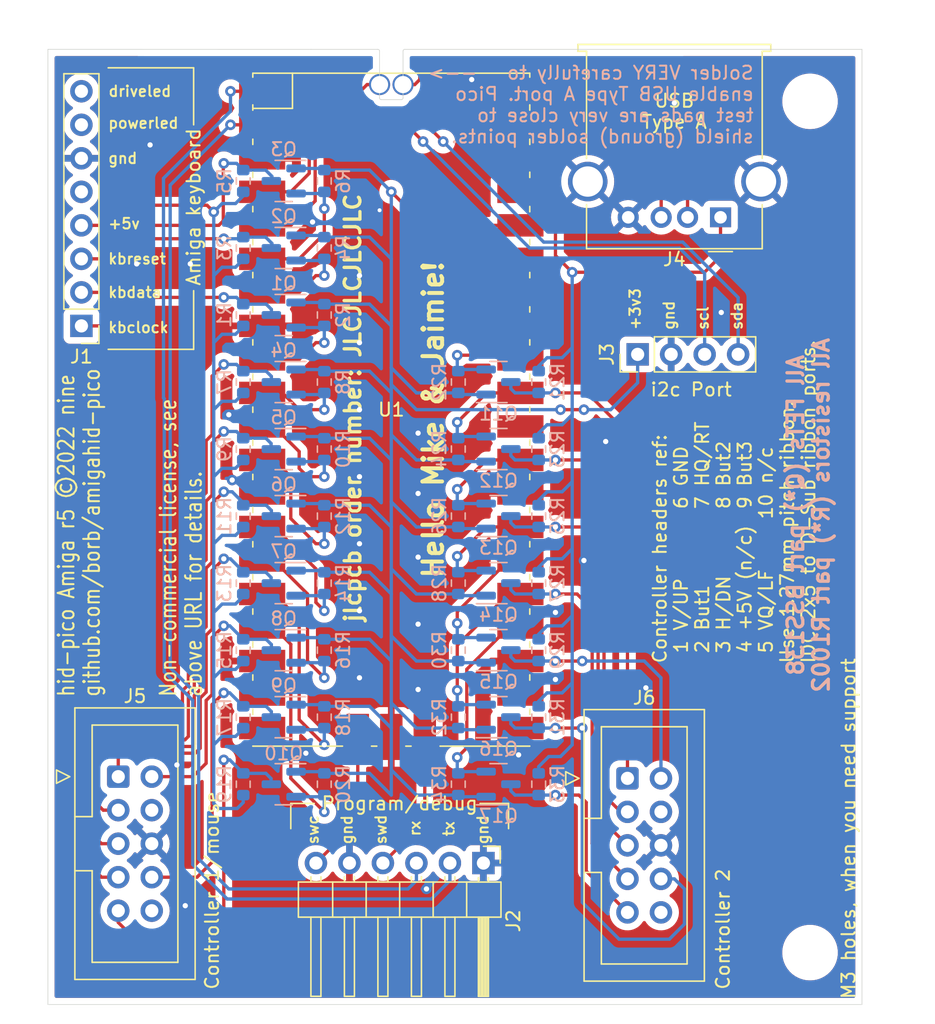
<source format=kicad_pcb>
(kicad_pcb (version 20211014) (generator pcbnew)
  (layers (0 "F.Cu" signal) (31 "B.Cu" signal) (34 "B.Paste" user) (35 "F.Paste" user) (36 "B.SilkS" user "B.Silkscreen") (37 "F.SilkS" user "F.Silkscreen") (38 "B.Mask" user) (39 "F.Mask" user) (44 "Edge.Cuts" user))
  (property "TITLE" "amiga keyboard adapter")
  (net 0 "")
  (net 2 "/kbclock")
  (net 3 "/kbdata")
  (net 4 "/kbreset")
  (net 5 "+5V")
  (net 6 "GND")
  (net 7 "/kbpowerled")
  (net 8 "/kbdriveled")
  (net 9 "/uart tx")
  (net 10 "/uart rx")
  (net 11 "/swdio")
  (net 12 "/swclk")
  (net 13 "/i2c scl")
  (net 14 "/i2c sda")
  (net 15 "/usb d-")
  (net 16 "/usb d+")
  (net 17 "/cont1 v")
  (net 18 "/cont1 b1")
  (net 19 "/cont1 h")
  (net 21 "/cont1 vq")
  (net 22 "/cont1 hq")
  (net 23 "/cont1 b2")
  (net 24 "/cont1 b3")
  (net 26 "/cont2 v")
  (net 27 "/cont2 b1")
  (net 28 "/cont2 h")
  (net 30 "/cont2 vq")
  (net 31 "/cont2 hq")
  (net 32 "/cont2 b2")
  (net 33 "/cont2 b3")
  (net 35 "/lkbclock")
  (net 36 "/lkbdata")
  (net 37 "/lkbreset")
  (net 38 "/lcont1 v")
  (net 39 "/lcont1 h")
  (net 40 "/lcont1 vq")
  (net 41 "/lcont1 hq")
  (net 42 "/lcont1 b1")
  (net 43 "/lcont1 b2")
  (net 44 "/lcont1 b3")
  (net 45 "/lcont2 v")
  (net 46 "/lcont2 h")
  (net 47 "/lcont2 vq")
  (net 48 "/lcont2 hq")
  (net 49 "/lcont2 b1")
  (net 50 "/lcont2 b2")
  (net 51 "/lcont2 b3")
  (net 58 "+3V3")
  (footprint "Connector_IDC:IDC-Header_2x05_P2.54mm_Vertical" (layer "F.Cu") (at 125.984 99.568)
    (fp_text reference "J5")
    (fp_text value "Controller 1")
  )
  (footprint "MountingHole:MountingHole_3.2mm_M3" (layer "F.Cu") (at 178.435 48.387)
    (fp_text reference "REF01" hide)
    (fp_text value "MountingHole_3.2mm_M3")
  )
  (footprint "MountingHole:MountingHole_3.2mm_M3" (layer "F.Cu") (at 178.435 112.903)
    (fp_text reference "REF02" hide)
    (fp_text value "MountingHole_3.2mm_M3")
  )
  (footprint "Connector_PinHeader_2.54mm:PinHeader_1x08_P2.54mm_Vertical" (layer "F.Cu") (at 123.19 65.405 180)
    (fp_text reference "J1")
    (fp_text value "Amiga Keyboard")
  )
  (footprint "Connector_IDC:IDC-Header_2x05_P2.54mm_Vertical" (layer "F.Cu") (at 164.592 99.695)
    (fp_text reference "J6")
    (fp_text value "Controller 2")
  )
  (footprint "Connector_PinHeader_2.54mm:PinHeader_1x06_P2.54mm_Horizontal" (layer "F.Cu") (at 153.67 106.115 -90)
    (fp_text reference "J2")
    (fp_text value "Debug/programming")
  )
  (footprint "Connector_PinHeader_2.54mm:PinHeader_1x04_P2.54mm_Vertical" (layer "F.Cu") (at 165.364 67.564 90)
    (fp_text reference "J3")
    (fp_text value "i2c header")
  )
  (footprint "Connector_USB:USB_A_Molex_67643_Horizontal" (layer "F.Cu") (at 171.648 57.176 180)
    (fp_text reference "J4")
    (fp_text value "USB_A")
  )
  (footprint "MCU_RaspberryPi_and_Boards:RPi_Pico_SMD_TH" (layer "F.Cu") (at 146.685 71.755)
    (fp_text reference "U1")
    (fp_text value "Pico")
  )
  (footprint "Resistor_SMD:R_0603_1608Metric" (layer "B.Cu") (at 157.861 84.9 90)
    (fp_text reference "R27")
    (fp_text value "R1002")
  )
  (footprint "Package_TO_SOT_SMD:SOT-23" (layer "B.Cu") (at 154.813 100.14)
    (fp_text reference "Q17")
    (fp_text value "BSS138")
  )
  (footprint "Package_TO_SOT_SMD:SOT-23" (layer "B.Cu") (at 138.527375 74.742 180)
    (fp_text reference "Q5")
    (fp_text value "BSS138")
  )
  (footprint "Resistor_SMD:R_0603_1608Metric" (layer "B.Cu") (at 141.605 89.982 90)
    (fp_text reference "R16")
    (fp_text value "R1002")
  )
  (footprint "Package_TO_SOT_SMD:SOT-23" (layer "B.Cu") (at 138.527375 100.142 180)
    (fp_text reference "Q10")
    (fp_text value "BSS138")
  )
  (footprint "Resistor_SMD:R_0603_1608Metric" (layer "B.Cu") (at 141.605 95.062 90)
    (fp_text reference "R18")
    (fp_text value "R1002")
  )
  (footprint "Resistor_SMD:R_0603_1608Metric" (layer "B.Cu") (at 135.4605 64.582 -90)
    (fp_text reference "R1")
    (fp_text value "R1002")
  )
  (footprint "Resistor_SMD:R_0603_1608Metric" (layer "B.Cu") (at 135.4605 89.982 -90)
    (fp_text reference locked "R15")
    (fp_text value "R1002")
  )
  (footprint "Package_TO_SOT_SMD:SOT-23" (layer "B.Cu") (at 138.527375 84.902 180)
    (fp_text reference "Q7")
    (fp_text value "BSS138")
  )
  (footprint "Resistor_SMD:R_0603_1608Metric" (layer "B.Cu") (at 141.605 79.822 90)
    (fp_text reference "R12")
    (fp_text value "R1002")
  )
  (footprint "Resistor_SMD:R_0603_1608Metric" (layer "B.Cu") (at 141.605 54.422 90)
    (fp_text reference "R6")
    (fp_text value "R1002")
  )
  (footprint "Resistor_SMD:R_0603_1608Metric" (layer "B.Cu") (at 135.4605 74.742 -90)
    (fp_text reference "R9")
    (fp_text value "R1002")
  )
  (footprint "Resistor_SMD:R_0603_1608Metric" (layer "B.Cu") (at 151.765 84.9 -90)
    (fp_text reference "R28")
    (fp_text value "R1002")
  )
  (footprint "Resistor_SMD:R_0603_1608Metric" (layer "B.Cu") (at 141.605 84.902 90)
    (fp_text reference "R14")
    (fp_text value "R1002")
  )
  (footprint "Resistor_SMD:R_0603_1608Metric" (layer "B.Cu") (at 141.605 100.142 90)
    (fp_text reference "R20")
    (fp_text value "R1002")
  )
  (footprint "Resistor_SMD:R_0603_1608Metric" (layer "B.Cu") (at 135.4605 95.062 -90)
    (fp_text reference "R17")
    (fp_text value "R1002")
  )
  (footprint "Resistor_SMD:R_0603_1608Metric" (layer "B.Cu") (at 141.605 69.662 90)
    (fp_text reference "R8")
    (fp_text value "R1002")
  )
  (footprint "Resistor_SMD:R_0603_1608Metric" (layer "B.Cu") (at 151.765 95.06 -90)
    (fp_text reference "R32")
    (fp_text value "R1002")
  )
  (footprint "Resistor_SMD:R_0603_1608Metric" (layer "B.Cu") (at 157.861 89.98 90)
    (fp_text reference "R29")
    (fp_text value "R1002")
  )
  (footprint "Package_TO_SOT_SMD:SOT-23" (layer "B.Cu") (at 138.527375 89.982 180)
    (fp_text reference "Q8")
    (fp_text value "BSS138")
  )
  (footprint "Resistor_SMD:R_0603_1608Metric" (layer "B.Cu") (at 151.765 79.82 -90)
    (fp_text reference "R26")
    (fp_text value "R1002")
  )
  (footprint "Resistor_SMD:R_0603_1608Metric" (layer "B.Cu") (at 157.861 74.74 90)
    (fp_text reference "R23")
    (fp_text value "R1002")
  )
  (footprint "Resistor_SMD:R_0603_1608Metric" (layer "B.Cu") (at 141.605 64.582 90)
    (fp_text reference "R2")
    (fp_text value "R1002")
  )
  (footprint "Resistor_SMD:R_0603_1608Metric" (layer "B.Cu") (at 135.4605 69.662 -90)
    (fp_text reference "R7")
    (fp_text value "R1002")
  )
  (footprint "Package_TO_SOT_SMD:SOT-23" (layer "B.Cu") (at 138.527375 59.502 180)
    (fp_text reference "Q2")
    (fp_text value "BSS138")
  )
  (footprint "Resistor_SMD:R_0603_1608Metric" (layer "B.Cu") (at 151.765 69.66 -90)
    (fp_text reference "R22")
    (fp_text value "R1002")
  )
  (footprint "Package_TO_SOT_SMD:SOT-23" (layer "B.Cu") (at 138.527375 54.422 180)
    (fp_text reference "Q3")
    (fp_text value "BSS138")
  )
  (footprint "Resistor_SMD:R_0603_1608Metric" (layer "B.Cu") (at 141.605 74.742 90)
    (fp_text reference "R10")
    (fp_text value "R1002")
  )
  (footprint "Resistor_SMD:R_0603_1608Metric" (layer "B.Cu") (at 157.861 69.66 90)
    (fp_text reference "R21")
    (fp_text value "R1002")
  )
  (footprint "Package_TO_SOT_SMD:SOT-23" (layer "B.Cu") (at 154.813 95.06)
    (fp_text reference "Q16")
    (fp_text value "BSS138")
  )
  (footprint "Resistor_SMD:R_0603_1608Metric" (layer "B.Cu") (at 135.4605 100.142 -90)
    (fp_text reference "R19")
    (fp_text value "R1002")
  )
  (footprint "Resistor_SMD:R_0603_1608Metric" (layer "B.Cu") (at 135.4605 54.422 -90)
    (fp_text reference "R5")
    (fp_text value "R1002")
  )
  (footprint "Package_TO_SOT_SMD:SOT-23" (layer "B.Cu") (at 154.813 79.82)
    (fp_text reference "Q13")
    (fp_text value "BSS138")
  )
  (footprint "Resistor_SMD:R_0603_1608Metric" (layer "B.Cu") (at 157.861 95.06 90)
    (fp_text reference "R31")
    (fp_text value "R1002")
  )
  (footprint "Package_TO_SOT_SMD:SOT-23" (layer "B.Cu") (at 138.527375 95.062 180)
    (fp_text reference "Q9")
    (fp_text value "BSS138")
  )
  (footprint "Resistor_SMD:R_0603_1608Metric" (layer "B.Cu") (at 135.4605 79.822 -90)
    (fp_text reference "R11")
    (fp_text value "R1002")
  )
  (footprint "Resistor_SMD:R_0603_1608Metric" (layer "B.Cu") (at 135.4605 59.502 -90)
    (fp_text reference "R3")
    (fp_text value "R1002")
  )
  (footprint "Package_TO_SOT_SMD:SOT-23" (layer "B.Cu") (at 154.813 89.98)
    (fp_text reference "Q15")
    (fp_text value "BSS138")
  )
  (footprint "Package_TO_SOT_SMD:SOT-23" (layer "B.Cu") (at 154.813 69.66)
    (fp_text reference "Q11")
    (fp_text value "BSS138")
  )
  (footprint "Resistor_SMD:R_0603_1608Metric" (layer "B.Cu") (at 151.765 89.98 -90)
    (fp_text reference "R30")
    (fp_text value "R1002")
  )
  (footprint "Package_TO_SOT_SMD:SOT-23" (layer "B.Cu") (at 138.527375 69.662 180)
    (fp_text reference "Q4")
    (fp_text value "BSS138")
  )
  (footprint "Resistor_SMD:R_0603_1608Metric" (layer "B.Cu") (at 141.605 59.502 90)
    (fp_text reference "R4")
    (fp_text value "R1002")
  )
  (footprint "Resistor_SMD:R_0603_1608Metric" (layer "B.Cu") (at 135.4605 84.902 -90)
    (fp_text reference "R13")
    (fp_text value "R1002")
  )
  (footprint "Package_TO_SOT_SMD:SOT-23" (layer "B.Cu") (at 138.527375 64.582 180)
    (fp_text reference "Q1")
    (fp_text value "BSS138")
  )
  (footprint "Resistor_SMD:R_0603_1608Metric" (layer "B.Cu") (at 151.765 74.74 -90)
    (fp_text reference "R24")
    (fp_text value "R1002")
  )
  (footprint "Resistor_SMD:R_0603_1608Metric" (layer "B.Cu") (at 157.861 79.82 90)
    (fp_text reference "R25")
    (fp_text value "R1002")
  )
  (footprint "Resistor_SMD:R_0603_1608Metric" (layer "B.Cu") (at 151.765 100.14 -90)
    (fp_text reference "R34")
    (fp_text value "R1002")
  )
  (footprint "Package_TO_SOT_SMD:SOT-23" (layer "B.Cu") (at 138.527375 79.822 180)
    (fp_text reference "Q6")
    (fp_text value "BSS138")
  )
  (footprint "Package_TO_SOT_SMD:SOT-23" (layer "B.Cu") (at 154.813 84.9)
    (fp_text reference "Q14")
    (fp_text value "BSS138")
  )
  (footprint "Package_TO_SOT_SMD:SOT-23" (layer "B.Cu") (at 154.813 74.74)
    (fp_text reference "Q12")
    (fp_text value "BSS138")
  )
  (footprint "Resistor_SMD:R_0603_1608Metric" (layer "B.Cu") (at 157.861 100.14 90)
    (fp_text reference "R33")
    (fp_text value "R1002")
  )
  (gr_line (start 139.065 101.6) (end 139.065 103.505) (layer "F.SilkS") (width 0.12))
  (gr_line (start 131.699 45.847) (end 131.699 50.165) (layer "F.SilkS") (width 0.12))
  (gr_line (start 153.416 101.6) (end 155.575 101.6) (layer "F.SilkS") (width 0.12))
  (gr_line (start 131.699 67.183) (end 131.699 62.738) (layer "F.SilkS") (width 0.12))
  (gr_line (start 125.222 45.847) (end 131.699 45.847) (layer "F.SilkS") (width 0.12))
  (gr_line (start 140.843 101.6) (end 139.065 101.6) (layer "F.SilkS") (width 0.12))
  (gr_line (start 125.222 67.183) (end 131.699 67.183) (layer "F.SilkS") (width 0.12))
  (gr_line (start 155.575 101.6) (end 155.575 103.505) (layer "F.SilkS") (width 0.12))
  (gr_line (start 145.923 48.26) (end 147.447 48.26) (layer "Edge.Cuts") (width 0.05))
  (gr_line (start 140.589 44.45) (end 145.669 44.45) (layer "Edge.Cuts") (width 0.05))
  (gr_arc (start 147.574 44.577) (mid 147.611197 44.487197) (end 147.701 44.45) (layer "Edge.Cuts") (width 0.05))
  (gr_arc (start 145.923 48.26) (mid 145.833197 48.222803) (end 145.796 48.133) (layer "Edge.Cuts") (width 0.05))
  (gr_arc (start 147.574 48.133) (mid 147.536803 48.222803) (end 147.447 48.26) (layer "Edge.Cuts") (width 0.05))
  (gr_line (start 145.796 44.577) (end 145.796 48.133) (layer "Edge.Cuts") (width 0.05))
  (gr_line (start 120.65 116.84) (end 182.372 116.84) (layer "Edge.Cuts") (width 0.05))
  (gr_line (start 147.574 48.133) (end 147.574 44.577) (layer "Edge.Cuts") (width 0.05))
  (gr_line (start 140.589 44.45) (end 120.65 44.447398) (layer "Edge.Cuts") (width 0.05))
  (gr_line (start 182.372 44.45) (end 147.701 44.45) (layer "Edge.Cuts") (width 0.05))
  (gr_arc (start 145.669 44.45) (mid 145.758803 44.487197) (end 145.796 44.577) (layer "Edge.Cuts") (width 0.05))
  (gr_line (start 182.372 44.45) (end 182.372 116.84) (layer "Edge.Cuts") (width 0.05))
  (gr_line (start 120.65 116.84) (end 120.65 44.447398) (layer "Edge.Cuts") (width 0.05))
  (gr_text "All FETs (Q*) part BSS138\nAll resistors (R*) part R1002" (at 178.308 79.756 90) (layer "B.SilkS") (effects (font (size 1.2 1.2) (thickness 0.25)) (justify mirror)))
  (gr_text "Solder VERY carefully to   -->\nenable USB Type A port. Pico\ntest pads are very close to\nshield (ground) solder points." (at 174.244 48.641) (layer "B.SilkS") (effects (font (size 1 1)) (justify left mirror)))
  (gr_text "powerled" (at 127.889 50.038) (layer "F.SilkS") (effects (font (size 0.8 0.8))))
  (gr_text "\n 6 GND\n 7 HQ/RT\n 8 But2\n 9 But3\n10 n/c" (at 171.069 80.137 90) (layer "F.SilkS") (effects (font (size 1 1)) (justify left)))
  (gr_text "Controller 1/mouse" (at 133.096 108.196428 90) (layer "F.SilkS") (effects (font (size 1 1))))
  (gr_text "kbdata" (at 127.241381 62.865) (layer "F.SilkS") (effects (font (size 0.8 0.8))))
  (gr_text "driveled" (at 125.166381 47.625) (layer "F.SilkS") (effects (font (size 0.8 0.8)) (justify left)))
  (gr_text "Controller headers ref:\n 1 V/UP\n 2 But1\n 3 H/DN\n 4 +5V (n/c)\n 5 VQ/LF\nUse 1.27mm pitch ribbon.\nIDC 2x5 to D-Sub ribbon ports." (at 172.679 91.059 90) (layer "F.SilkS") (effects (font (size 1 1)) (justify left)))
  (gr_text "i2c Port" (at 169.418 70.231) (layer "F.SilkS") (effects (font (size 1 1))))
  (gr_text "hid-pico Amiga r5 ©️2022 nine\ngithub.com/borb/amigahid-pico\n\n\nNon-commercial license, see\nabove URL for details." (at 126.873 93.599 90) (layer "F.SilkS") (effects (font (size 1.2 1)) (justify left)))
  (gr_text "M3 holes, when you need support" (at 181.356 103.505 90) (layer "F.SilkS") (effects (font (size 1 1))))
  (gr_text "+3v3\n\ngnd\n\nscl\n\nsda" (at 169.037 65.786 90) (layer "F.SilkS") (effects (font (size 0.8 0.8)) (justify left)))
  (gr_text "Amiga keyboard" (at 131.699 56.388 90) (layer "F.SilkS") (effects (font (size 1 1))))
  (gr_text "Controller 2" (at 171.831 111.125 90) (layer "F.SilkS") (effects (font (size 1 1))))
  (gr_text "Program/debug" (at 147.32 101.6) (layer "F.SilkS") (effects (font (size 1 1))))
  (gr_text "+5v" (at 126.422333 57.658) (layer "F.SilkS") (effects (font (size 0.8 0.8))))
  (gr_text "Hello Mike & Jaimie!" (at 149.86 72.517 90) (layer "F.SilkS") (effects (font (size 1.5 1.5) (thickness 0.3))))
  (gr_text "kbreset" (at 127.412809 60.325) (layer "F.SilkS") (effects (font (size 0.8 0.8))))
  (gr_text "jlcpcb order number: JLCJLCJLCJLC" (at 143.764 71.628 90) (layer "F.SilkS") (effects (font (size 1.2 1.2) (thickness 0.25))))
  (gr_text "gnd" (at 126.327095 52.705) (layer "F.SilkS") (effects (font (size 0.8 0.8))))
  (gr_text "USB\nType A" (at 168.148 49.149) (layer "F.SilkS") (effects (font (size 1 1))))
  (gr_text "swc\n\ngnd\n\nswd\n\n rx\n\n tx\n\ngnd" (at 147.193 104.775 90) (layer "F.SilkS") (effects (font (size 0.8 0.8)) (justify left)))
  (gr_text "kbclock" (at 127.508047 65.532) (layer "F.SilkS") (effects (font (size 0.8 0.8))))
  (segment (start 133.985 63.246) (end 125.984 63.246) (width 0.25) (layer "F.Cu") (net 2))
  (segment (start 125.222 65.405) (end 123.19 65.405) (width 0.25) (layer "F.Cu") (net 2))
  (segment (start 125.73 64.897) (end 125.222 65.405) (width 0.25) (layer "F.Cu") (net 2))
  (segment (start 125.984 63.246) (end 125.73 63.5) (width 0.25) (layer "F.Cu") (net 2))
  (segment (start 125.73 63.5) (end 125.73 64.897) (width 0.25) (layer "F.Cu") (net 2))
  (via (at 133.985 63.246) (size 0.8) (drill 0.4) (layers "F.Cu" "B.Cu") (net 2))
  (segment (start 134.9495 63.246) (end 135.4605 63.757) (width 0.25) (layer "B.Cu") (net 2))
  (segment (start 137.19875 63.757) (end 135.48375 63.757) (width 0.25) (layer "B.Cu") (net 2))
  (segment (start 137.59425 64.1525) (end 137.19875 63.757) (width 0.25) (layer "B.Cu") (net 2))
  (segment (start 133.985 63.246) (end 134.9495 63.246) (width 0.25) (layer "B.Cu") (net 2))
  (segment (start 137.59425 64.582) (end 137.59425 64.1525) (width 0.25) (layer "B.Cu") (net 2))
  (segment (start 125.222 62.865) (end 123.19 62.865) (width 0.25) (layer "F.Cu") (net 3))
  (segment (start 133.985 58.801) (end 126.492 58.801) (width 0.25) (layer "F.Cu") (net 3))
  (segment (start 126.492 58.801) (end 125.73 59.563) (width 0.25) (layer "F.Cu") (net 3))
  (segment (start 125.73 62.357) (end 125.222 62.865) (width 0.25) (layer "F.Cu") (net 3))
  (segment (start 125.73 59.563) (end 125.73 62.357) (width 0.25) (layer "F.Cu") (net 3))
  (via (at 133.985 58.801) (size 0.8) (drill 0.4) (layers "F.Cu" "B.Cu") (net 3))
  (segment (start 135.3365 58.801) (end 135.4605 58.677) (width 0.25) (layer "B.Cu") (net 3))
  (segment (start 133.985 58.801) (end 135.3365 58.801) (width 0.25) (layer "B.Cu") (net 3))
  (segment (start 137.1595 58.677) (end 137.6335 59.151) (width 0.25) (layer "B.Cu") (net 3))
  (segment (start 137.6335 59.151) (end 137.6335 59.502) (width 0.25) (layer "B.Cu") (net 3))
  (segment (start 135.523 58.677) (end 137.1595 58.677) (width 0.25) (layer "B.Cu") (net 3))
  (segment (start 133.604 57.785) (end 126.746 57.785) (width 0.25) (layer "F.Cu") (net 4))
  (segment (start 126.746 57.785) (end 125.222 59.309) (width 0.25) (layer "F.Cu") (net 4))
  (segment (start 125.222 59.309) (end 125.222 59.944) (width 0.25) (layer "F.Cu") (net 4))
  (segment (start 124.841 60.325) (end 123.19 60.325) (width 0.25) (layer "F.Cu") (net 4))
  (segment (start 125.222 59.944) (end 124.841 60.325) (width 0.25) (layer "F.Cu") (net 4))
  (segment (start 133.947511 57.441489) (end 133.604 57.785) (width 0.25) (layer "F.Cu") (net 4))
  (segment (start 133.947511 53.123489) (end 133.947511 57.441489) (width 0.25) (layer "F.Cu") (net 4))
  (segment (start 133.985 53.086) (end 133.947511 53.123489) (width 0.25) (layer "F.Cu") (net 4))
  (via (at 133.985 53.086) (size 0.8) (drill 0.4) (layers "F.Cu" "B.Cu") (net 4))
  (segment (start 137.1595 53.597) (end 137.6335 54.071) (width 0.25) (layer "B.Cu") (net 4))
  (segment (start 133.985 53.086) (end 134.9495 53.086) (width 0.25) (layer "B.Cu") (net 4))
  (segment (start 137.6335 54.071) (end 137.6335 54.422) (width 0.25) (layer "B.Cu") (net 4))
  (segment (start 134.9495 53.086) (end 135.4605 53.597) (width 0.25) (layer "B.Cu") (net 4))
  (segment (start 135.523 53.597) (end 137.1595 53.597) (width 0.25) (layer "B.Cu") (net 4))
  (segment (start 143.764 45.974) (end 143.764 49.276) (width 0.25) (layer "F.Cu") (net 5))
  (segment (start 125.349 57.785) (end 126.873 56.261) (width 0.25) (layer "F.Cu") (net 5))
  (segment (start 149.352 49.53) (end 149.606 49.276) (width 0.25) (layer "F.Cu") (net 5))
  (segment (start 171.648 60.127) (end 171.648 57.176) (width 0.25) (layer "F.Cu") (net 5))
  (segment (start 160.401 61.341) (end 170.434 61.341) (width 0.25) (layer "F.Cu") (net 5))
  (segment (start 159.131 48.387) (end 159.131 60.071) (width 0.25) (layer "F.Cu") (net 5))
  (segment (start 149.606 49.276) (end 149.606 48.006) (width 0.25) (layer "F.Cu") (net 5))
  (segment (start 149.606 48.006) (end 149.987 47.625) (width 0.25) (layer "F.Cu") (net 5))
  (segment (start 158.369 47.625) (end 159.131 48.387) (width 0.25) (layer "F.Cu") (net 5))
  (segment (start 143.764 49.276) (end 144.018 49.53) (width 0.25) (layer "F.Cu") (net 5))
  (segment (start 126.873 56.261) (end 132.715 56.261) (width 0.25) (layer "F.Cu") (net 5))
  (segment (start 155.575 47.625) (end 158.369 47.625) (width 0.25) (layer "F.Cu") (net 5))
  (segment (start 144.018 49.53) (end 149.352 49.53) (width 0.25) (layer "F.Cu") (net 5))
  (segment (start 123.19 57.785) (end 125.349 57.785) (width 0.25) (layer "F.Cu") (net 5))
  (segment (start 132.715 56.261) (end 133.223 56.769) (width 0.25) (layer "F.Cu") (net 5))
  (segment (start 170.434 61.341) (end 171.648 60.127) (width 0.25) (layer "F.Cu") (net 5))
  (segment (start 126.873 56.261) (end 126.873 46.736) (width 0.25) (layer "F.Cu") (net 5))
  (segment (start 159.131 60.071) (end 160.401 61.341) (width 0.25) (layer "F.Cu") (net 5))
  (segment (start 143.256 45.466) (end 143.764 45.974) (width 0.25) (layer "F.Cu") (net 5))
  (segment (start 128.143 45.466) (end 143.256 45.466) (width 0.25) (layer "F.Cu") (net 5))
  (segment (start 126.873 46.736) (end 128.143 45.466) (width 0.25) (layer "F.Cu") (net 5))
  (segment (start 149.987 47.625) (end 155.575 47.625) (width 0.25) (layer "F.Cu") (net 5))
  (via (at 160.401 61.341) (size 0.8) (drill 0.4) (layers "F.Cu" "B.Cu") (net 5))
  (via (at 133.223 56.769) (size 0.8) (drill 0.4) (layers "F.Cu" "B.Cu") (net 5))
  (segment (start 159.639 77.978) (end 160.401 77.216) (width 0.25) (layer "B.Cu") (net 5))
  (segment (start 157.861 73.915) (end 157.861 73.533) (width 0.25) (layer "B.Cu") (net 5))
  (segment (start 159.639 72.898) (end 160.401 72.136) (width 0.25) (layer "B.Cu") (net 5))
  (segment (start 133.223 101.6) (end 133.223 56.769) (width 0.25) (layer "B.Cu") (net 5))
  (segment (start 135.4605 70.5335) (end 134.874 71.12) (width 0.25) (layer "B.Cu") (net 5))
  (segment (start 135.4605 95.9335) (end 134.874 96.52) (width 0.25) (layer "B.Cu") (net 5))
  (segment (start 133.858 76.2) (end 133.223 76.835) (width 0.25) (layer "B.Cu") (net 5))
  (segment (start 133.858 96.52) (end 133.223 97.155) (width 0.25) (layer "B.Cu") (net 5))
  (segment (start 135.4605 65.4535) (end 134.874 66.04) (width 0.25) (layer "B.Cu") (net 5))
  (segment (start 133.858 81.28) (end 133.223 81.915) (width 0.25) (layer "B.Cu") (net 5))
  (segment (start 157.861 89.155) (end 157.861 88.773) (width 0.25) (layer "B.Cu") (net 5))
  (segment (start 134.874 81.28) (end 133.858 81.28) (width 0.25) (layer "B.Cu") (net 5))
  (segment (start 134.874 56.134) (end 133.858 56.134) (width 0.25) (layer "B.Cu") (net 5))
  (segment (start 158.496 67.818) (end 159.639 67.818) (width 0.25) (layer "B.Cu") (net 5))
  (segment (start 158.496 93.218) (end 159.639 93.218) (width 0.25) (layer "B.Cu") (net 5))
  (segment (start 135.001 101.981) (end 133.604 101.981) (width 0.25) (layer "B.Cu") (net 5))
  (segment (start 158.496 88.138) (end 159.639 88.138) (width 0.25) (layer "B.Cu") (net 5))
  (segment (start 159.639 83.058) (end 160.401 82.296) (width 0.25) (layer "B.Cu") (net 5))
  (segment (start 158.496 83.058) (end 159.639 83.058) (width 0.25) (layer "B.Cu") (net 5))
  (segment (start 157.861 78.613) (end 158.496 77.978) (width 0.25) (layer "B.Cu") (net 5))
  (segment (start 133.604 101.981) (end 133.223 101.6) (width 0.25) (layer "B.Cu") (net 5))
  (segment (start 135.4605 75.6135) (end 134.874 76.2) (width 0.25) (layer "B.Cu") (net 5))
  (segment (start 159.639 67.818) (end 160.401 67.056) (width 0.25) (layer "B.Cu") (net 5))
  (segment (start 134.874 60.96) (end 133.858 60.96) (width 0.25) (layer "B.Cu") (net 5))
  (segment (start 157.861 68.453) (end 158.496 67.818) (width 0.25) (layer "B.Cu") (net 5))
  (segment (start 135.4605 100.967) (end 135.4605 101.5215) (width 0.25) (layer "B.Cu") (net 5))
  (segment (start 134.874 91.44) (end 133.858 91.44) (width 0.25) (layer "B.Cu") (net 5))
  (segment (start 157.861 98.806) (end 157.861 99.315) (width 0.25) (layer "B.Cu") (net 5))
  (segment (start 135.4605 101.5215) (end 135.001 101.981) (width 0.25) (layer "B.Cu") (net 5))
  (segment (start 133.858 56.134) (end 133.223 56.769) (width 0.25) (layer "B.Cu") (net 5))
  (segment (start 158.623 98.044) (end 157.861 98.806) (width 0.25) (layer "B.Cu") (net 5))
  (segment (start 135.4605 55.5475) (end 134.874 56.134) (width 0.25) (layer "B.Cu") (net 5))
  (segment (start 157.861 73.533) (end 158.496 72.898) (width 0.25) (layer "B.Cu") (net 5))
  (segment (start 157.861 84.075) (end 157.861 83.693) (width 0.25) (layer "B.Cu") (net 5))
  (segment (start 135.4605 80.6935) (end 134.874 81.28) (width 0.25) (layer "B.Cu") (net 5))
  (segment (start 159.639 88.138) (end 160.401 87.376) (width 0.25) (layer "B.Cu") (net 5))
  (segment (start 133.858 91.44) (end 133.223 92.075) (width 0.25) (layer "B.Cu") (net 5))
  (segment (start 157.861 78.995) (end 157.861 78.613) (width 0.25) (layer "B.Cu") (net 5))
  (segment (start 157.861 93.853) (end 158.496 93.218) (width 0.25) (layer "B.Cu") (net 5))
  (segment (start 133.858 86.487) (end 133.223 87.122) (width 0.25) (layer "B.Cu") (net 5))
  (segment (start 157.861 83.693) (end 158.496 83.058) (width 0.25) (layer "B.Cu") (net 5))
  (segment (start 134.874 86.487) (end 133.858 86.487) (width 0.25) (layer "B.Cu") (net 5))
  (segment (start 135.4605 90.8535) (end 134.874 91.44) (width 0.25) (layer "B.Cu") (net 5))
  (segment (start 159.512 98.044) (end 158.623 98.044) (width 0.25) (layer "B.Cu") (net 5))
  (segment (start 135.4605 85.9005) (end 134.874 86.487) (width 0.25) (layer "B.Cu") (net 5))
  (segment (start 134.874 96.52) (end 133.858 96.52) (width 0.25) (layer "B.Cu") (net 5))
  (segment (start 160.401 61.341) (end 160.401 92.456) (width 0.25) (layer "B.Cu") (net 5))
  (segment (start 133.858 66.04) (end 133.223 66.675) (width 0.25) (layer "B.Cu") (net 5))
  (segment (start 134.874 76.2) (end 133.858 76.2) (width 0.25) (layer "B.Cu") (net 5))
  (segment (start 160.401 92.456) (end 160.401 97.155) (width 0.25) (layer "B.Cu") (net 5))
  (segment (start 159.639 93.218) (end 160.401 92.456) (width 0.25) (layer "B.Cu") (net 5))
  (segment (start 157.861 68.835) (end 157.861 68.453) (width 0.25) (layer "B.Cu") (net 5))
  (segment (start 158.496 77.978) (end 159.639 77.978) (width 0.25) (layer "B.Cu") (net 5))
  (segment (start 133.858 60.96) (end 133.223 61.595) (width 0.25) (layer "B.Cu") (net 5))
  (segment (start 157.861 94.235) (end 157.861 93.853) (width 0.25) (layer "B.Cu") (net 5))
  (segment (start 134.874 66.04) (end 133.858 66.04) (width 0.25) (layer "B.Cu") (net 5))
  (segment (start 133.858 71.12) (end 133.223 71.755) (width 0.25) (layer "B.Cu") (net 5))
  (segment (start 135.4605 60.3735) (end 134.874 60.96) (width 0.25) (layer "B.Cu") (net 5))
  (segment (start 134.874 71.12) (end 133.858 71.12) (width 0.25) (layer "B.Cu") (net 5))
  (segment (start 157.861 88.773) (end 158.496 88.138) (width 0.25) (layer "B.Cu") (net 5))
  (segment (start 158.496 72.898) (end 159.639 72.898) (width 0.25) (layer "B.Cu") (net 5))
  (segment (start 135.4605 55.247) (end 135.4605 55.5475) (width 0.25) (layer "B.Cu") (net 5))
  (segment (start 160.401 97.155) (end 159.512 98.044) (width 0.25) (layer "B.Cu") (net 5))
  (segment (start 134.62 77.089) (end 136.779 77.089) (width 0.25) (layer "F.Cu") (net 6))
  (segment (start 136.779 77.089) (end 137.795 78.105) (width 0.25) (layer "F.Cu") (net 6))
  (via (at 159.131 87.122) (size 0.8) (drill 0.4) (layers "F.Cu" "B.Cu") (net 6))
  (via (at 168.148 48.514) (size 0.8) (drill 0.4) (layers "F.Cu" "B.Cu") (net 6))
  (via (at 149.352 108.077) (size 0.8) (drill 0.4) (layers "F.Cu" "B.Cu") (net 6))
  (via (at 134.62 77.089) (size 0.8) (drill 0.4) (layers "F.Cu" "B.Cu") (net 6))
  (via (at 131.445 60.706) (size 0.8) (drill 0.4) (layers "F.Cu" "B.Cu") (net 6))
  (via (at 145.796 56.642) (size 0.5) (drill 0.3) (layers "F.Cu" "B.Cu") (net 6))
  (via (at 144.272 92.075) (size 0.8) (drill 0.4) (layers "F.Cu" "B.Cu") (net 6))
  (via (at 144.272 61.595) (size 0.8) (drill 0.4) (layers "F.Cu" "B.Cu") (net 6))
  (via (at 162.941 74.168) (size 0.8) (drill 0.4) (layers "F.Cu" "B.Cu") (net 6))
  (via (at 144.272 71.755) (size 0.8) (drill 0.4) (layers "F.Cu" "B.Cu") (net 6))
  (via (at 156.337 97.917) (size 0.8) (drill 0.4) (layers "F.Cu" "B.Cu") (net 6))
  (via (at 148.717 92.964) (size 0.8) (drill 0.4) (layers "F.Cu" "B.Cu") (net 6))
  (via (at 148.717 73.533) (size 0.8) (drill 0.4) (layers "F.Cu" "B.Cu") (net 6))
  (via (at 144.272 66.675) (size 0.8) (drill 0.4) (layers "F.Cu" "B.Cu") (net 6))
  (via (at 144.272 86.995) (size 0.8) (drill 0.4) (layers "F.Cu" "B.Cu") (net 6))
  (via (at 144.272 81.915) (size 0.8) (drill 0.4) (layers "F.Cu" "B.Cu") (net 6))
  (via (at 128.397 51.689) (size 0.8) (drill 0.4) (layers "F.Cu" "B.Cu") (net 6))
  (via (at 131.064 109.347) (size 0.8) (drill 0.4) (layers "F.Cu" "B.Cu") (net 6))
  (via (at 159.131 92.202) (size 0.8) (drill 0.4) (layers "F.Cu" "B.Cu") (net 6))
  (via (at 171.704 64.389) (size 0.8) (drill 0.4) (layers "F.Cu" "B.Cu") (net 6))
  (via (at 140.716 57.531) (size 0.8) (drill 0.4) (layers "F.Cu" "B.Cu") (net 6))
  (via (at 134.366 72.136) (size 0.8) (drill 0.4) (layers "F.Cu" "B.Cu") (net 6))
  (via (at 161.29 83.185) (size 0.8) (drill 0.4) (layers "F.Cu" "B.Cu") (net 6))
  (via (at 140.208 97.79) (size 0.8) (drill 0.4) (layers "F.Cu" "B.Cu") (net 6))
  (via (at 148.717 82.931) (size 0.8) (drill 0.4) (layers "F.Cu" "B.Cu") (net 6))
  (via (at 130.429 98.679) (size 0.8) (drill 0.4) (layers "F.Cu" "B.Cu") (net 6))
  (via (at 148.717 88.011) (size 0.8) (drill 0.4) (layers "F.Cu" "B.Cu") (net 6))
  (via (at 148.717 78.105) (size 0.8) (drill 0.4) (layers "F.Cu" "B.Cu") (net 6))
  (via (at 165.989 92.837) (size 0.8) (drill 0.4) (layers "F.Cu" "B.Cu") (net 6))
  (via (at 152.781 46.736) (size 0.8) (drill 0.4) (layers "F.Cu" "B.Cu") (net 6))
  (via (at 144.272 76.835) (size 0.8) (drill 0.4) (layers "F.Cu" "B.Cu") (net 6))
  (via (at 127.381 60.706) (size 0.8) (drill 0.4) (layers "F.Cu" "B.Cu") (net 6))
  (segment (start 134.493 47.625) (end 137.795 47.625) (width 0.25) (layer "F.Cu") (net 9))
  (via (at 134.493 47.625) (size 0.8) (drill 0.4) (layers "F.Cu" "B.Cu") (net 9))
  (segment (start 149.733 108.839) (end 151.13 107.442) (width 0.25) (layer "B.Cu") (net 9))
  (segment (start 134.239 108.839) (end 149.733 108.839) (width 0.25) (layer "B.Cu") (net 9))
  (segment (start 134.493 47.625) (end 134.493 49.140386) (width 0.25) (layer "B.Cu") (net 9))
  (segment (start 129.47148 70.92448) (end 129.47148 91.62548) (width 0.25) (layer "B.Cu") (net 9))
  (segment (start 134.493 49.140386) (end 129.413 54.220386) (width 0.25) (layer "B.Cu") (net 9))
  (segment (start 131.63048 106.23048) (end 134.239 108.839) (width 0.25) (layer "B.Cu") (net 9))
  (segment (start 151.13 107.442) (end 151.13 106.115) (width 0.25) (layer "B.Cu") (net 9))
  (segment (start 129.413 70.866) (end 129.47148 70.92448) (width 0.25) (layer "B.Cu") (net 9))
  (segment (start 129.413 54.220386) (end 129.413 70.866) (width 0.25) (layer "B.Cu") (net 9))
  (segment (start 131.63048 93.78448) (end 131.63048 106.23048) (width 0.25) (layer "B.Cu") (net 9))
  (segment (start 129.47148 91.62548) (end 131.63048 93.78448) (width 0.25) (layer "B.Cu") (net 9))
  (segment (start 134.493 50.165) (end 137.795 50.165) (width 0.25) (layer "F.Cu") (net 10))
  (via (at 134.493 50.165) (size 0.8) (drill 0.4) (layers "F.Cu" "B.Cu") (net 10))
  (segment (start 132.08 93.472) (end 132.08 105.791) (width 0.25) (layer "B.Cu") (net 10))
  (segment (start 148.59 107.442) (end 148.59 106.115) (width 0.25) (layer "B.Cu") (net 10))
  (segment (start 129.921 91.313) (end 132.08 93.472) (width 0.25) (layer "B.Cu") (net 10))
  (segment (start 134.493 50.165) (end 129.921 54.737) (width 0.25) (layer "B.Cu") (net 10))
  (segment (start 132.08 105.791) (end 134.366 108.077) (width 0.25) (layer "B.Cu") (net 10))
  (segment (start 134.366 108.077) (end 147.955 108.077) (width 0.25) (layer "B.Cu") (net 10))
  (segment (start 129.921 54.737) (end 129.921 91.313) (width 0.25) (layer "B.Cu") (net 10))
  (segment (start 147.955 108.077) (end 148.59 107.442) (width 0.25) (layer "B.Cu") (net 10))
  (segment (start 149.225 95.655) (end 149.225 102.94) (width 0.25) (layer "F.Cu") (net 11))
  (segment (start 149.225 102.94) (end 146.05 106.115) (width 0.25) (layer "F.Cu") (net 11))
  (segment (start 144.145 102.94) (end 144.145 95.655) (width 0.25) (layer "F.Cu") (net 12))
  (segment (start 140.97 106.115) (end 144.145 102.94) (width 0.25) (layer "F.Cu") (net 12))
  (segment (start 141.537198 50.48752) (end 148.15052 50.48752) (width 0.25) (layer "F.Cu") (net 13))
  (segment (start 148.15052 50.48752) (end 149.098 51.435) (width 0.25) (layer "F.Cu") (net 13))
  (segment (start 137.795 57.785) (end 139.065 57.785) (width 0.25) (layer "F.Cu") (net 13))
  (segment (start 139.065 57.785) (end 140.91152 55.93848) (width 0.25) (layer "F.Cu") (net 13))
  (segment (start 140.91152 51.113198) (end 141.537198 50.48752) (width 0.25) (layer "F.Cu") (net 13))
  (segment (start 140.91152 55.93848) (end 140.91152 51.113198) (width 0.25) (layer "F.Cu") (net 13))
  (via (at 149.098 51.435) (size 0.8) (drill 0.4) (layers "F.Cu" "B.Cu") (net 13))
  (segment (start 149.098 51.435) (end 157.16752 59.50452) (width 0.25) (layer "B.Cu") (net 13))
  (segment (start 170.444 61.41952) (end 170.444 67.564) (width 0.25) (layer "B.Cu") (net 13))
  (segment (start 157.16752 59.50452) (end 168.529 59.50452) (width 0.25) (layer "B.Cu") (net 13))
  (segment (start 168.529 59.50452) (end 170.444 61.41952) (width 0.25) (layer "B.Cu") (net 13))
  (segment (start 137.795 55.245) (end 139.065 55.245) (width 0.25) (layer "F.Cu") (net 14))
  (segment (start 139.065 55.245) (end 140.462 53.848) (width 0.25) (layer "F.Cu") (net 14))
  (segment (start 140.462 50.927) (end 141.351 50.038) (width 0.25) (layer "F.Cu") (net 14))
  (segment (start 149.225 50.038) (end 150.622 51.435) (width 0.25) (layer "F.Cu") (net 14))
  (segment (start 141.351 50.038) (end 149.225 50.038) (width 0.25) (layer "F.Cu") (net 14))
  (segment (start 140.462 53.848) (end 140.462 50.927) (width 0.25) (layer "F.Cu") (net 14))
  (via (at 150.622 51.435) (size 0.8) (drill 0.4) (layers "F.Cu" "B.Cu") (net 14))
  (segment (start 158.242 59.055) (end 168.783 59.055) (width 0.25) (layer "B.Cu") (net 14))
  (segment (start 168.783 59.055) (end 172.984 63.256) (width 0.25) (layer "B.Cu") (net 14))
  (segment (start 172.984 63.256) (end 172.984 67.564) (width 0.25) (layer "B.Cu") (net 14))
  (segment (start 150.622 51.435) (end 158.242 59.055) (width 0.25) (layer "B.Cu") (net 14))
  (segment (start 148.844 45.847) (end 148.844 46.736) (width 0.25) (layer "F.Cu") (net 15))
  (segment (start 169.148 46.466) (end 167.894 45.212) (width 0.25) (layer "F.Cu") (net 15))
  (segment (start 149.479 45.212) (end 148.844 45.847) (width 0.25) (layer "F.Cu") (net 15))
  (segment (start 148.463 47.117) (end 147.828 47.117) (width 0.25) (layer "F.Cu") (net 15))
  (segment (start 167.894 45.212) (end 149.479 45.212) (width 0.25) (layer "F.Cu") (net 15))
  (segment (start 148.844 46.736) (end 148.463 47.117) (width 0.25) (layer "F.Cu") (net 15))
  (segment (start 169.148 57.176) (end 169.148 46.466) (width 0.25) (layer "F.Cu") (net 15))
  (via (at 147.574 47.117) (size 1.6) (drill 1.3) (layers "F.Cu" "B.Cu") (net 15))
  (segment (start 166.497 45.974) (end 151.002283 45.974) (width 0.25) (layer "F.Cu") (net 16))
  (segment (start 144.21352 48.96352) (end 144.21352 47.752) (width 0.25) (layer "F.Cu") (net 16))
  (segment (start 151.002283 45.974) (end 149.15648 47.819802) (width 0.25) (layer "F.Cu") (net 16))
  (segment (start 149.15648 48.895) (end 148.971 49.08048) (width 0.25) (layer "F.Cu") (net 16))
  (segment (start 144.33048 49.08048) (end 144.21352 48.96352) (width 0.25) (layer "F.Cu") (net 16))
  (segment (start 144.84852 47.117) (end 145.64648 47.117) (width 0.25) (layer "F.Cu") (net 16))
  (segment (start 167.148 57.176) (end 167.148 46.625) (width 0.25) (layer "F.Cu") (net 16))
  (segment (start 145.161 47.117) (end 145.67148 47.117) (width 0.2) (layer "F.Cu") (net 16))
  (segment (start 149.15648 47.819802) (end 149.15648 48.895) (width 0.25) (layer "F.Cu") (net 16))
  (segment (start 148.971 49.08048) (end 144.33048 49.08048) (width 0.25) (layer "F.Cu") (net 16))
  (segment (start 167.148 46.625) (end 166.497 45.974) (width 0.25) (layer "F.Cu") (net 16))
  (segment (start 144.21352 47.752) (end 144.84852 47.117) (width 0.25) (layer "F.Cu") (net 16))
  (via (at 145.796 47.117) (size 1.6) (drill 1.3) (layers "F.Cu" "B.Cu") (net 16))
  (segment (start 133.985 83.058) (end 133.096 83.947) (width 0.25) (layer "F.Cu") (net 17))
  (segment (start 131.81596 97.79) (end 126.365 97.79) (width 0.25) (layer "F.Cu") (net 17))
  (segment (start 133.096 88.391282) (end 132.64648 88.840803) (width 0.25) (layer "F.Cu") (net 17))
  (segment (start 125.984 98.171) (end 125.984 99.568) (width 0.25) (layer "F.Cu") (net 17))
  (segment (start 133.096 83.947) (end 133.096 88.391282) (width 0.25) (layer "F.Cu") (net 17))
  (segment (start 132.19696 97.409) (end 131.81596 97.79) (width 0.25) (layer "F.Cu") (net 17))
  (segment (start 132.64648 88.840803) (end 132.64648 93.158802) (width 0.25) (layer "F.Cu") (net 17))
  (segment (start 126.365 97.79) (end 125.984 98.171) (width 0.25) (layer "F.Cu") (net 17))
  (segment (start 132.19696 93.608323) (end 132.19696 97.409) (width 0.25) (layer "F.Cu") (net 17))
  (segment (start 132.64648 93.158802) (end 132.19696 93.608323) (width 0.25) (layer "F.Cu") (net 17))
  (via (at 133.985 83.058) (size 0.8) (drill 0.4) (layers "F.Cu" "B.Cu") (net 17))
  (segment (start 135.4605 84.0255) (end 135.4605 84.077) (width 0.25) (layer "B.Cu") (net 17))
  (segment (start 134.493 83.058) (end 135.4605 84.0255) (width 0.25) (layer "B.Cu") (net 17))
  (segment (start 135.4605 84.077) (end 137.1755 84.077) (width 0.25) (layer "B.Cu") (net 17))
  (segment (start 137.1755 84.077) (end 137.571 84.4725) (width 0.25) (layer "B.Cu") (net 17))
  (segment (start 133.985 83.058) (end 134.493 83.058) (width 0.25) (layer "B.Cu") (net 17))
  (segment (start 137.571 84.4725) (end 137.571 84.902) (width 0.25) (layer "B.Cu") (net 17))
  (segment (start 133.096 93.345) (end 132.64648 93.79452) (width 0.25) (layer "F.Cu") (net 18))
  (segment (start 133.096 89.027) (end 133.096 93.345) (width 0.25) (layer "F.Cu") (net 18))
  (segment (start 133.985 88.138) (end 133.096 89.027) (width 0.25) (layer "F.Cu") (net 18))
  (segment (start 132.64648 93.79452) (end 132.64648 98.552) (width 0.25) (layer "F.Cu") (net 18))
  (segment (start 132.64648 98.552) (end 131.63048 99.568) (width 0.25) (layer "F.Cu") (net 18))
  (segment (start 131.63048 99.568) (end 128.524 99.568) (width 0.25) (layer "F.Cu") (net 18))
  (via (at 133.985 88.138) (size 0.8) (drill 0.4) (layers "F.Cu" "B.Cu") (net 18))
  (segment (start 137.59425 89.5525) (end 137.59425 89.982) (width 0.25) (layer "B.Cu") (net 18))
  (segment (start 133.985 88.138) (end 134.4415 88.138) (width 0.25) (layer "B.Cu") (net 18))
  (segment (start 134.4415 88.138) (end 135.4605 89.157) (width 0.25) (layer "B.Cu") (net 18))
  (segment (start 137.19875 89.157) (end 137.59425 89.5525) (width 0.25) (layer "B.Cu") (net 18))
  (segment (start 135.48375 89.157) (end 137.19875 89.157) (width 0.25) (layer "B.Cu") (net 18))
  (segment (start 124.968 97.282) (end 124.333 97.917) (width 0.25) (layer "F.Cu") (net 19))
  (segment (start 124.333 97.917) (end 124.333 101.6) (width 0.25) (layer "F.Cu") (net 19))
  (segment (start 133.095641 78.867359) (end 133.095641 83.311641) (width 0.25) (layer "F.Cu") (net 19))
  (segment (start 132.64648 88.205085) (end 132.19696 88.654606) (width 0.25) (layer "F.Cu") (net 19))
  (segment (start 124.841 102.108) (end 125.984 102.108) (width 0.25) (layer "F.Cu") (net 19))
  (segment (start 133.095641 83.311641) (end 132.64648 83.760803) (width 0.25) (layer "F.Cu") (net 19))
  (segment (start 133.985 77.978) (end 133.095641 78.867359) (width 0.25) (layer "F.Cu") (net 19))
  (segment (start 124.333 101.6) (end 124.841 102.108) (width 0.25) (layer "F.Cu") (net 19))
  (segment (start 131.74744 97.10656) (end 131.572 97.282) (width 0.25) (layer "F.Cu") (net 19))
  (segment (start 132.19696 88.654606) (end 132.19696 92.972605) (width 0.25) (layer "F.Cu") (net 19))
  (segment (start 124.968 97.282) (end 131.572 97.282) (width 0.25) (layer "F.Cu") (net 19))
  (segment (start 131.74744 93.422126) (end 131.74744 97.10656) (width 0.25) (layer "F.Cu") (net 19))
  (segment (start 132.19696 92.972605) (end 131.74744 93.422126) (width 0.25) (layer "F.Cu") (net 19))
  (segment (start 132.64648 83.760803) (end 132.64648 88.205085) (width 0.25) (layer "F.Cu") (net 19))
  (via (at 133.985 77.978) (size 0.8) (drill 0.4) (layers "F.Cu" "B.Cu") (net 19))
  (segment (start 137.59425 79.3925) (end 137.59425 79.822) (width 0.25) (layer "B.Cu") (net 19))
  (segment (start 137.19875 78.997) (end 137.59425 79.3925) (width 0.25) (layer "B.Cu") (net 19))
  (segment (start 133.985 77.978) (end 134.62 77.978) (width 0.25) (layer "B.Cu") (net 19))
  (segment (start 135.4605 78.8185) (end 135.4605 78.997) (width 0.25) (layer "B.Cu") (net 19))
  (segment (start 135.48375 78.997) (end 137.19875 78.997) (width 0.25) (layer "B.Cu") (net 19))
  (segment (start 134.62 77.978) (end 135.4605 78.8185) (width 0.25) (layer "B.Cu") (net 19))
  (segment (start 123.825 103.759) (end 124.714 104.648) (width 0.25) (layer "F.Cu") (net 21))
  (segment (start 131.04392 96.774) (end 124.840282 96.774) (width 0.25) (layer "F.Cu") (net 21))
  (segment (start 132.19696 83.574606) (end 132.19696 88.018888) (width 0.25) (layer "F.Cu") (net 21))
  (segment (start 124.714 104.648) (end 125.984 104.648) (width 0.25) (layer "F.Cu") (net 21))
  (segment (start 133.095641 78.231641) (end 132.646121 78.681162) (width 0.25) (layer "F.Cu") (net 21))
  (segment (start 131.747441 92.786407) (end 131.29792 93.235929) (width 0.25) (layer "F.Cu") (net 21))
  (segment (start 132.646121 83.125444) (end 132.19696 83.574606) (width 0.25) (layer "F.Cu") (net 21))
  (segment (start 133.985 73.406) (end 133.095641 74.295359) (width 0.25) (layer "F.Cu") (net 21))
  (segment (start 123.825 97.789282) (end 123.825 103.759) (width 0.25) (layer "F.Cu") (net 21))
  (segment (start 132.19696 88.018888) (end 131.747441 88.468407) (width 0.25) (layer "F.Cu") (net 21))
  (segment (start 132.646121 78.681162) (end 132.646121 83.125444) (width 0.25) (layer "F.Cu") (net 21))
  (segment (start 131.29792 93.235929) (end 131.29792 96.52) (width 0.25) (layer "F.Cu") (net 21))
  (segment (start 131.747441 88.468407) (end 131.747441 92.786407) (width 0.25) (layer "F.Cu") (net 21))
  (segment (start 124.840282 96.774) (end 123.825 97.789282) (width 0.25) (layer "F.Cu") (net 21))
  (segment (start 131.29792 96.52) (end 131.04392 96.774) (width 0.25) (layer "F.Cu") (net 21))
  (segment (start 133.095641 74.295359) (end 133.095641 78.231641) (width 0.25) (layer "F.Cu") (net 21))
  (via (at 133.985 73.406) (size 0.8) (drill 0.4) (layers "F.Cu" "B.Cu") (net 21))
  (segment (start 137.1755 73.917) (end 137.571 74.3125) (width 0.25) (layer "B.Cu") (net 21))
  (segment (start 133.985 73.406) (end 134.9495 73.406) (width 0.25) (layer "B.Cu") (net 21))
  (segment (start 135.4605 73.917) (end 137.1755 73.917) (width 0.25) (layer "B.Cu") (net 21))
  (segment (start 137.571 74.3125) (end 137.571 74.742) (width 0.25) (layer "B.Cu") (net 21))
  (segment (start 134.9495 73.406) (end 135.4605 73.917) (width 0.25) (layer "B.Cu") (net 21))
  (segment (start 124.712564 96.266) (end 123.317 97.661564) (width 0.25) (layer "F.Cu") (net 22))
  (segment (start 133.985 68.326) (end 133.095641 69.215359) (width 0.25) (layer "F.Cu") (net 22))
  (segment (start 132.196602 78.494963) (end 132.196602 82.939247) (width 0.25) (layer "F.Cu") (net 22))
  (segment (start 130.8484 95.885) (end 130.4674 96.266) (width 0.25) (layer "F.Cu") (net 22))
  (segment (start 130.4674 96.266) (end 124.712564 96.266) (width 0.25) (layer "F.Cu") (net 22))
  (segment (start 124.714 107.188) (end 125.984 107.188) (width 0.25) (layer "F.Cu") (net 22))
  (segment (start 133.096 69.215718) (end 133.096 73.659282) (width 0.25) (layer "F.Cu") (net 22))
  (segment (start 123.317 105.791) (end 124.714 107.188) (width 0.25) (layer "F.Cu") (net 22))
  (segment (start 132.646121 78.045444) (end 132.196602 78.494963) (width 0.25) (layer "F.Cu") (net 22))
  (segment (start 131.297921 88.28221) (end 131.297921 92.60021) (width 0.25) (layer "F.Cu") (net 22))
  (segment (start 133.095641 69.215359) (end 133.096 69.215718) (width 0.25) (layer "F.Cu") (net 22))
  (segment (start 123.317 97.661564) (end 123.317 105.791) (width 0.25) (layer "F.Cu") (net 22))
  (segment (start 131.297921 92.60021) (end 130.8484 93.049732) (width 0.25) (layer "F.Cu") (net 22))
  (segment (start 130.8484 93.049732) (end 130.8484 95.885) (width 0.25) (layer "F.Cu") (net 22))
  (segment (start 131.74744 83.388409) (end 131.74744 87.83269) (width 0.25) (layer "F.Cu") (net 22))
  (segment (start 132.646121 74.109162) (end 132.646121 78.045444) (width 0.25) (layer "F.Cu") (net 22))
  (segment (start 132.196602 82.939247) (end 131.74744 83.388409) (width 0.25) (layer "F.Cu") (net 22))
  (segment (start 131.74744 87.83269) (end 131.297921 88.28221) (width 0.25) (layer "F.Cu") (net 22))
  (segment (start 133.096 73.659282) (end 132.646121 74.109162) (width 0.25) (layer "F.Cu") (net 22))
  (via (at 133.985 68.326) (size 0.8) (drill 0.4) (layers "F.Cu" "B.Cu") (net 22))
  (segment (start 137.19875 68.837) (end 137.59425 69.2325) (width 0.25) (layer "B.Cu") (net 22))
  (segment (start 135.48375 68.837) (end 137.19875 68.837) (width 0.25) (layer "B.Cu") (net 22))
  (segment (start 137.59425 69.2325) (end 137.59425 69.662) (width 0.25) (layer "B.Cu") (net 22))
  (segment (start 134.9495 68.326) (end 135.4605 68.837) (width 0.25) (layer "B.Cu") (net 22))
  (segment (start 133.985 68.326) (end 134.9495 68.326) (width 0.25) (layer "B.Cu") (net 22))
  (segment (start 131.953 107.188) (end 128.524 107.188) (width 0.25) (layer "F.Cu") (net 23))
  (segment (start 133.096 106.045) (end 131.953 107.188) (width 0.25) (layer "F.Cu") (net 23))
  (segment (start 133.985 93.218) (end 133.096 94.107) (width 0.25) (layer "F.Cu") (net 23))
  (segment (start 133.096 94.107) (end 133.096 106.045) (width 0.25) (layer "F.Cu") (net 23))
  (via (at 133.985 93.218) (size 0.8) (drill 0.4) (layers "F.Cu" "B.Cu") (net 23))
  (segment (start 135.479375 94.237) (end 137.194375 94.237) (width 0.25) (layer "B.Cu") (net 23))
  (segment (start 134.4415 93.218) (end 135.4605 94.237) (width 0.25) (layer "B.Cu") (net 23))
  (segment (start 133.985 93.218) (end 134.4415 93.218) (width 0.25) (layer "B.Cu") (net 23))
  (segment (start 137.194375 94.237) (end 137.589875 94.6325) (width 0.25) (layer "B.Cu") (net 23))
  (segment (start 137.589875 94.6325) (end 137.589875 95.062) (width 0.25) (layer "B.Cu") (net 23))
  (segment (start 125.984 110.617) (end 125.984 109.728) (width 0.25) (layer "F.Cu") (net 24))
  (segment (start 133.985 110.363) (end 132.969 111.379) (width 0.25) (layer "F.Cu") (net 24))
  (segment (start 133.985 98.298) (end 133.985 110.363) (width 0.25) (layer "F.Cu") (net 24))
  (segment (start 126.746 111.379) (end 125.984 110.617) (width 0.25) (layer "F.Cu") (net 24))
  (segment (start 132.969 111.379) (end 126.746 111.379) (width 0.25) (layer "F.Cu") (net 24))
  (via (at 133.985 98.298) (size 0.8) (drill 0.4) (layers "F.Cu" "B.Cu") (net 24))
  (segment (start 135.4605 99.317) (end 137.1755 99.317) (width 0.25) (layer "B.Cu") (net 24))
  (segment (start 137.571 99.7125) (end 137.571 100.142) (width 0.25) (layer "B.Cu") (net 24))
  (segment (start 137.1755 99.317) (end 137.571 99.7125) (width 0.25) (layer "B.Cu") (net 24))
  (segment (start 134.4415 98.298) (end 135.4605 99.317) (width 0.25) (layer "B.Cu") (net 24))
  (segment (start 133.985 98.298) (end 134.4415 98.298) (width 0.25) (layer "B.Cu") (net 24))
  (segment (start 164.592 73.533) (end 164.592 99.695) (width 0.25) (layer "F.Cu") (net 26))
  (segment (start 159.131 70.485) (end 161.544 70.485) (width 0.25) (layer "F.Cu") (net 26))
  (segment (start 161.544 70.485) (end 164.592 73.533) (width 0.25) (layer "F.Cu") (net 26))
  (via (at 159.131 70.485) (size 0.8) (drill 0.4) (layers "F.Cu" "B.Cu") (net 26))
  (segment (start 157.861 70.485) (end 159.131 70.485) (width 0.25) (layer "B.Cu") (net 26))
  (segment (start 155.7505 70.168) (end 155.7505 69.66) (width 0.25) (layer "B.Cu") (net 26))
  (segment (start 156.0675 70.485) (end 155.7505 70.168) (width 0.25) (layer "B.Cu") (net 26))
  (segment (start 157.861 70.485) (end 156.0675 70.485) (width 0.25) (layer "B.Cu") (net 26))
  (segment (start 159.131 90.805) (end 161.163 90.805) (width 0.25) (layer "F.Cu") (net 27))
  (via (at 159.131 90.805) (size 0.8) (drill 0.4) (layers "F.Cu" "B.Cu") (net 27))
  (via (at 161.163 90.805) (size 0.8) (drill 0.4) (layers "F.Cu" "B.Cu") (net 27))
  (segment (start 167.132 92.075) (end 167.132 99.695) (width 0.25) (layer "B.Cu") (net 27))
  (segment (start 155.7505 90.488) (end 155.7505 89.98) (width 0.25) (layer "B.Cu") (net 27))
  (segment (start 161.163 90.805) (end 165.862 90.805) (width 0.25) (layer "B.Cu") (net 27))
  (segment (start 165.862 90.805) (end 167.132 92.075) (width 0.25) (layer "B.Cu") (net 27))
  (segment (start 157.861 90.805) (end 159.131 90.805) (width 0.25) (layer "B.Cu") (net 27))
  (segment (start 156.0675 90.805) (end 155.7505 90.488) (width 0.25) (layer "B.Cu") (net 27))
  (segment (start 157.861 90.805) (end 156.0675 90.805) (width 0.25) (layer "B.Cu") (net 27))
  (segment (start 164.084 102.235) (end 162.814 100.965) (width 0.25) (layer "F.Cu") (net 28))
  (segment (start 161.925 75.565) (end 159.131 75.565) (width 0.25) (layer "F.Cu") (net 28))
  (segment (start 164.592 102.235) (end 164.084 102.235) (width 0.25) (layer "F.Cu") (net 28))
  (segment (start 162.814 76.454) (end 161.925 75.565) (width 0.25) (layer "F.Cu") (net 28))
  (segment (start 162.814 100.965) (end 162.814 76.454) (width 0.25) (layer "F.Cu") (net 28))
  (via (at 159.131 75.565) (size 0.8) (drill 0.4) (layers "F.Cu" "B.Cu") (net 28))
  (segment (start 155.7505 75.248) (end 155.7505 74.74) (width 0.25) (layer "B.Cu") (net 28))
  (segment (start 157.861 75.565) (end 159.131 75.565) (width 0.25) (layer "B.Cu") (net 28))
  (segment (start 156.0675 75.565) (end 155.7505 75.248) (width 0.25) (layer "B.Cu") (net 28))
  (segment (start 157.861 75.565) (end 156.0675 75.565) (width 0.25) (layer "B.Cu") (net 28))
  (segment (start 159.131 80.645) (end 161.798 80.645) (width 0.25) (layer "F.Cu") (net 30))
  (segment (start 161.798 80.645) (end 162.36448 81.21148) (width 0.25) (layer "F.Cu") (net 30))
  (segment (start 162.36448 81.21148) (end 162.36448 102.54748) (width 0.25) (layer "F.Cu") (net 30))
  (segment (start 162.36448 102.54748) (end 164.592 104.775) (width 0.25) (layer "F.Cu") (net 30))
  (via (at 159.131 80.645) (size 0.8) (drill 0.4) (layers "F.Cu" "B.Cu") (net 30))
  (segment (start 156.0675 80.645) (end 155.7505 80.328) (width 0.25) (layer "B.Cu") (net 30))
  (segment (start 155.7505 80.328) (end 155.7505 79.82) (width 0.25) (layer "B.Cu") (net 30))
  (segment (start 157.861 80.645) (end 159.131 80.645) (width 0.25) (layer "B.Cu") (net 30))
  (segment (start 157.861 80.645) (end 156.0675 80.645) (width 0.25) (layer "B.Cu") (net 30))
  (segment (start 161.91496 86.868) (end 160.77196 85.725) (width 0.25) (layer "F.Cu") (net 31))
  (segment (start 160.77196 85.725) (end 159.131 85.725) (width 0.25) (layer "F.Cu") (net 31))
  (segment (start 164.592 107.315) (end 161.91496 104.63796) (width 0.25) (layer "F.Cu") (net 31))
  (segment (start 161.91496 104.63796) (end 161.91496 86.868) (width 0.25) (layer "F.Cu") (net 31))
  (via (at 159.131 85.725) (size 0.8) (drill 0.4) (layers "F.Cu" "B.Cu") (net 31))
  (segment (start 157.861 85.725) (end 156.0675 85.725) (width 0.25) (layer "B.Cu") (net 31))
  (segment (start 157.861 85.725) (end 159.131 85.725) (width 0.25) (layer "B.Cu") (net 31))
  (segment (start 156.0675 85.725) (end 155.7505 85.408) (width 0.25) (layer "B.Cu") (net 31))
  (segment (start 155.7505 85.408) (end 155.7505 84.9) (width 0.25) (layer "B.Cu") (net 31))
  (segment (start 159.131 95.885) (end 161.163 95.885) (width 0.25) (layer "F.Cu") (net 32))
  (via (at 159.131 95.885) (size 0.8) (drill 0.4) (layers "F.Cu" "B.Cu") (net 32))
  (via (at 161.163 95.885) (size 0.8) (drill 0.4) (layers "F.Cu" "B.Cu") (net 32))
  (segment (start 155.7505 95.568) (end 155.7505 95.06) (width 0.25) (layer "B.Cu") (net 32))
  (segment (start 161.163 109.093) (end 161.163 95.885) (width 0.25) (layer "B.Cu") (net 32))
  (segment (start 156.0675 95.885) (end 155.7505 95.568) (width 0.25) (layer "B.Cu") (net 32))
  (segment (start 157.861 95.885) (end 159.131 95.885) (width 0.25) (layer "B.Cu") (net 32))
  (segment (start 167.132 107.315) (end 168.148 107.315) (width 0.25) (layer "B.Cu") (net 32))
  (segment (start 163.957 111.887) (end 161.163 109.093) (width 0.25) (layer "B.Cu") (net 32))
  (segment (start 168.91 108.077) (end 168.91 110.744) (width 0.25) (layer "B.Cu") (net 32))
  (segment (start 168.148 107.315) (end 168.91 108.077) (width 0.25) (layer "B.Cu") (net 32))
  (segment (start 167.767 111.887) (end 163.957 111.887) (width 0.25) (layer "B.Cu") (net 32))
  (segment (start 157.861 95.885) (end 156.0675 95.885) (width 0.25) (layer "B.Cu") (net 32))
  (segment (start 168.91 110.744) (end 167.767 111.887) (width 0.25) (layer "B.Cu") (net 32))
  (segment (start 161.46544 101.52144) (end 161.46544 106.72844) (width 0.25) (layer "F.Cu") (net 33))
  (segment (start 159.131 100.965) (end 160.909 100.965) (width 0.25) (layer "F.Cu") (net 33))
  (segment (start 160.909 100.965) (end 161.46544 101.52144) (width 0.25) (layer "F.Cu") (net 33))
  (segment (start 161.46544 106.72844) (end 164.592 109.855) (width 0.25) (layer "F.Cu") (net 33))
  (via (at 159.131 100.965) (size 0.8) (drill 0.4) (layers "F.Cu" "B.Cu") (net 33))
  (segment (start 155.7505 100.648) (end 155.7505 100.14) (width 0.25) (layer "B.Cu") (net 33))
  (segment (start 157.861 100.965) (end 156.0675 100.965) (width 0.25) (layer "B.Cu") (net 33))
  (segment (start 156.0675 100.965) (end 155.7505 100.648) (width 0.25) (layer "B.Cu") (net 33))
  (segment (start 157.861 100.965) (end 159.131 100.965) (width 0.25) (layer "B.Cu") (net 33))
  (segment (start 140.97 66.675) (end 141.605 66.675) (width 0.25) (layer "F.Cu") (net 35))
  (segment (start 139.7 67.945) (end 140.97 66.675) (width 0.25) (layer "F.Cu") (net 35))
  (segment (start 137.795 67.945) (end 139.7 67.945) (width 0.25) (layer "F.Cu") (net 35))
  (via (at 141.605 66.675) (size 0.8) (drill 0.4) (layers "F.Cu" "B.Cu") (net 35))
  (segment (start 141.45475 65.532) (end 141.57975 65.407) (width 0.25) (layer "B.Cu") (net 35))
  (segment (start 139.46925 65.532) (end 141.45475 65.532) (width 0.25) (layer "B.Cu") (net 35))
  (segment (start 141.605 66.675) (end 141.605 65.407) (width 0.25) (layer "B.Cu") (net 35))
  (segment (start 140.97 61.595) (end 141.605 61.595) (width 0.25) (layer "F.Cu") (net 36))
  (segment (start 139.7 62.865) (end 140.97 61.595) (width 0.25) (layer "F.Cu") (net 36))
  (segment (start 137.795 62.865) (end 139.7 62.865) (width 0.25) (layer "F.Cu") (net 36))
  (via (at 141.605 61.595) (size 0.8) (drill 0.4) (layers "F.Cu" "B.Cu") (net 36))
  (segment (start 139.5085 60.452) (end 141.4155 60.452) (width 0.25) (layer "B.Cu") (net 36))
  (segment (start 141.605 61.595) (end 141.605 60.327) (width 0.25) (layer "B.Cu") (net 36))
  (segment (start 141.4155 60.452) (end 141.5405 60.327) (width 0.25) (layer "B.Cu") (net 36))
  (segment (start 139.7 60.325) (end 141.605 58.42) (width 0.25) (layer "F.Cu") (net 37))
  (segment (start 141.605 58.42) (end 141.605 56.515) (width 0.25) (layer "F.Cu") (net 37))
  (segment (start 137.795 60.325) (end 139.7 60.325) (width 0.25) (layer "F.Cu") (net 37))
  (via (at 141.605 56.515) (size 0.8) (drill 0.4) (layers "F.Cu" "B.Cu") (net 37))
  (segment (start 139.5085 55.372) (end 141.4155 55.372) (width 0.25) (layer "B.Cu") (net 37))
  (segment (start 141.605 56.515) (end 141.605 55.247) (width 0.25) (layer "B.Cu") (net 37))
  (segment (start 141.4155 55.372) (end 141.5405 55.247) (width 0.25) (layer "B.Cu") (net 37))
  (segment (start 140.97 86.36) (end 141.605 86.995) (width 0.25) (layer "F.Cu") (net 38))
  (segment (start 137.795 80.645) (end 140.97 83.82) (width 0.25) (layer "F.Cu") (net 38))
  (segment (start 140.97 83.82) (end 140.97 86.36) (width 0.25) (layer "F.Cu") (net 38))
  (via (at 141.605 86.995) (size 0.8) (drill 0.4) (layers "F.Cu" "B.Cu") (net 38))
  (segment (start 141.4315 85.852) (end 141.5565 85.727) (width 0.25) (layer "B.Cu") (net 38))
  (segment (start 139.446 85.852) (end 141.4315 85.852) (width 0.25) (layer "B.Cu") (net 38))
  (segment (start 141.605 86.995) (end 141.605 85.727) (width 0.25) (layer "B.Cu") (net 38))
  (segment (start 139.065 76.835) (end 139.065 80.01) (width 0.25) (layer "F.Cu") (net 39))
  (segment (start 139.065 80.01) (end 140.97 81.915) (width 0.25) (layer "F.Cu") (net 39))
  (segment (start 140.97 81.915) (end 141.605 81.915) (width 0.25) (layer "F.Cu") (net 39))
  (segment (start 137.795 75.565) (end 139.065 76.835) (width 0.25) (layer "F.Cu") (net 39))
  (via (at 141.605 81.915) (size 0.8) (drill 0.4) (layers "F.Cu" "B.Cu") (net 39))
  (segment (start 141.605 81.915) (end 141.605 80.647) (width 0.25) (layer "B.Cu") (net 39))
  (segment (start 139.46925 80.772) (end 141.45475 80.772) (width 0.25) (layer "B.Cu") (net 39))
  (segment (start 141.45475 80.772) (end 141.57975 80.647) (width 0.25) (layer "B.Cu") (net 39))
  (segment (start 137.795 73.025) (end 139.7 74.93) (width 0.25) (layer "F.Cu") (net 40))
  (segment (start 140.335 76.835) (end 141.605 76.835) (width 0.25) (layer "F.Cu") (net 40))
  (segment (start 139.7 74.93) (end 139.7 76.2) (width 0.25) (layer "F.Cu") (net 40))
  (segment (start 139.7 76.2) (end 140.335 76.835) (width 0.25) (layer "F.Cu") (net 40))
  (via (at 141.605 76.835) (size 0.8) (drill 0.4) (layers "F.Cu" "B.Cu") (net 40))
  (segment (start 141.605 76.835) (end 141.605 75.567) (width 0.25) (layer "B.Cu") (net 40))
  (segment (start 139.446 75.692) (end 141.4315 75.692) (width 0.25) (layer "B.Cu") (net 40))
  (segment (start 141.4315 75.692) (end 141.5565 75.567) (width 0.25) (layer "B.Cu") (net 40))
  (segment (start 138.43 70.485) (end 139.7 71.755) (width 0.25) (layer "F.Cu") (net 41))
  (segment (start 137.795 70.485) (end 138.43 70.485) (width 0.25) (layer "F.Cu") (net 41))
  (segment (start 139.7 71.755) (end 141.605 71.755) (width 0.25) (layer "F.Cu") (net 41))
  (via (at 141.605 71.755) (size 0.8) (drill 0.4) (layers "F.Cu" "B.Cu") (net 41))
  (segment (start 141.45475 70.612) (end 141.57975 70.487) (width 0.25) (layer "B.Cu") (net 41))
  (segment (start 139.46925 70.612) (end 141.45475 70.612) (width 0.25) (layer "B.Cu") (net 41))
  (segment (start 141.605 71.755) (end 141.605 70.487) (width 0.25) (layer "B.Cu") (net 41))
  (segment (start 140.335 90.805) (end 141.605 92.075) (width 0.25) (layer "F.Cu") (net 42))
  (segment (start 140.335 85.725) (end 140.335 90.805) (width 0.25) (layer "F.Cu") (net 42))
  (segment (start 137.795 83.185) (end 140.335 85.725) (width 0.25) (layer "F.Cu") (net 42))
  (via (at 141.605 92.075) (size 0.8) (drill 0.4) (layers "F.Cu" "B.Cu") (net 42))
  (segment (start 141.605 92.075) (end 141.605 90.807) (width 0.25) (layer "B.Cu") (net 42))
  (segment (start 139.46925 90.932) (end 141.45475 90.932) (width 0.25) (layer "B.Cu") (net 42))
  (segment (start 141.45475 90.932) (end 141.57975 90.807) (width 0.25) (layer "B.Cu") (net 42))
  (segment (start 137.795 85.725) (end 139.7 87.63) (width 0.25) (layer "F.Cu") (net 43))
  (segment (start 139.7 87.63) (end 139.7 95.25) (width 0.25) (layer "F.Cu") (net 43))
  (segment (start 139.7 95.25) (end 141.605 97.155) (width 0.25) (layer "F.Cu") (net 43))
  (via (at 141.605 97.155) (size 0.8) (drill 0.4) (layers "F.Cu" "B.Cu") (net 43))
  (segment (start 139.464875 96.012) (end 141.450375 96.012) (width 0.25) (layer "B.Cu") (net 43))
  (segment (start 141.605 97.155) (end 141.605 95.887) (width 0.25) (layer "B.Cu") (net 43))
  (segment (start 141.450375 96.012) (end 141.575375 95.887) (width 0.25) (layer "B.Cu") (net 43))
  (segment (start 139.065 89.535) (end 139.065 99.695) (width 0.25) (layer "F.Cu") (net 44))
  (segment (start 137.795 88.265) (end 139.065 89.535) (width 0.25) (layer "F.Cu") (net 44))
  (segment (start 139.065 99.695) (end 141.605 102.235) (width 0.25) (layer "F.Cu") (net 44))
  (via (at 141.605 102.235) (size 0.8) (drill 0.4) (layers "F.Cu" "B.Cu") (net 44))
  (segment (start 141.605 102.235) (end 141.605 100.967) (width 0.25) (layer "B.Cu") (net 44))
  (segment (start 139.446 101.092) (end 141.4315 101.092) (width 0.25) (layer "B.Cu") (net 44))
  (segment (start 141.4315 101.092) (end 141.5565 100.967) (width 0.25) (layer "B.Cu") (net 44))
  (segment (start 151.6865 67.628) (end 155.258 67.628) (width 0.25) (layer "F.Cu") (net 45))
  (segment (start 151.6865 67.8665) (end 151.6865 67.628) (width 0.25) (layer "F.Cu") (net 45))
  (segment (start 155.258 67.628) (end 155.575 67.945) (width 0.25) (layer "F.Cu") (net 45))
  (via (at 151.6865 67.628) (size 0.8) (drill 0.4) (layers "F.Cu" "B.Cu") (net 45))
  (segment (start 153.8755 68.71) (end 151.89 68.71) (width 0.25) (layer "B.Cu") (net 45))
  (segment (start 151.89 68.71) (end 151.765 68.835) (width 0.25) (layer "B.Cu") (net 45))
  (segment (start 151.6865 67.628) (end 151.6865 68.7565) (width 0.25) (layer "B.Cu") (net 45))
  (segment (start 151.6865 68.7565) (end 151.765 68.835) (width 0.25) (layer "B.Cu") (net 45))
  (segment (start 151.6865 72.708) (end 153.9095 70.485) (width 0.25) (layer "F.Cu") (net 46))
  (segment (start 153.9095 70.485) (end 155.575 70.485) (width 0.25) (layer "F.Cu") (net 46))
  (via (at 151.6865 72.708) (size 0.8) (drill 0.4) (layers "F.Cu" "B.Cu") (net 46))
  (segment (start 151.89 73.79) (end 151.765 73.915) (width 0.25) (layer "B.Cu") (net 46))
  (segment (start 153.8755 73.79) (end 151.89 73.79) (width 0.25) (layer "B.Cu") (net 46))
  (segment (start 151.6865 72.708) (end 151.6865 73.8365) (width 0.25) (layer "B.Cu") (net 46))
  (segment (start 151.6865 73.8365) (end 151.765 73.915) (width 0.25) (layer "B.Cu") (net 46))
  (segment (start 153.9095 75.565) (end 151.6865 77.788) (width 0.25) (layer "F.Cu") (net 47))
  (segment (start 155.575 75.565) (end 153.9095 75.565) (width 0.25) (layer "F.Cu") (net 47))
  (via (at 151.6865 77.788) (size 0.8) (drill 0.4) (layers "F.Cu" "B.Cu") (net 47))
  (segment (start 151.89 78.87) (end 151.765 78.995) (width 0.25) (layer "B.Cu") (net 47))
  (segment (start 153.8755 78.87) (end 151.89 78.87) (width 0.25) (layer "B.Cu") (net 47))
  (segment (start 151.6865 77.788) (end 151.6865 78.9165) (width 0.25) (layer "B.Cu") (net 47))
  (segment (start 151.6865 78.9165) (end 151.765 78.995) (width 0.25) (layer "B.Cu") (net 47))
  (segment (start 155.575 80.645) (end 153.9095 80.645) (width 0.25) (layer "F.Cu") (net 48))
  (segment (start 153.9095 80.645) (end 151.6865 82.868) (width 0.25) (layer "F.Cu") (net 48))
  (via (at 151.6865 82.868) (size 0.8) (drill 0.4) (layers "F.Cu" "B.Cu") (net 48))
  (segment (start 153.8755 83.95) (end 151.89 83.95) (width 0.25) (layer "B.Cu") (net 48))
  (segment (start 151.6865 83.9965) (end 151.765 84.075) (width 0.25) (layer "B.Cu") (net 48))
  (segment (start 151.89 83.95) (end 151.765 84.075) (width 0.25) (layer "B.Cu") (net 48))
  (segment (start 151.6865 82.868) (end 151.6865 83.9965) (width 0.25) (layer "B.Cu") (net 48))
  (segment (start 151.6865 87.0735) (end 151.6865 87.948) (width 0.25) (layer "F.Cu") (net 49))
  (segment (start 155.575 83.185) (end 151.6865 87.0735) (width 0.25) (layer "F.Cu") (net 49))
  (via (at 151.6865 87.948) (size 0.8) (drill 0.4) (layers "F.Cu" "B.Cu") (net 49))
  (segment (start 153.8755 89.03) (end 151.89 89.03) (width 0.25) (layer "B.Cu") (net 49))
  (segment (start 151.6865 87.948) (end 151.6865 89.0765) (width 0.25) (layer "B.Cu") (net 49))
  (segment (start 151.89 89.03) (end 151.765 89.155) (width 0.25) (layer "B.Cu") (net 49))
  (segment (start 151.6865 89.0765) (end 151.765 89.155) (width 0.25) (layer "B.Cu") (net 49))
  (segment (start 155.575 85.725) (end 151.6865 89.6135) (width 0.25) (layer "F.Cu") (net 50))
  (segment (start 151.6865 89.6135) (end 151.6865 93.028) (width 0.25) (layer "F.Cu") (net 50))
  (via (at 151.6865 93.028) (size 0.8) (drill 0.4) (layers "F.Cu" "B.Cu") (net 50))
  (segment (start 153.8755 94.11) (end 151.89 94.11) (width 0.25) (layer "B.Cu") (net 50))
  (segment (start 151.6865 94.1565) (end 151.765 94.235) (width 0.25) (layer "B.Cu") (net 50))
  (segment (start 151.89 94.11) (end 151.765 94.235) (width 0.25) (layer "B.Cu") (net 50))
  (segment (start 151.6865 93.028) (end 151.6865 94.1565) (width 0.25) (layer "B.Cu") (net 50))
  (segment (start 152.411011 91.428989) (end 152.411011 97.383489) (width 0.25) (layer "F.Cu") (net 51))
  (segment (start 152.411011 97.383489) (end 151.6865 98.108) (width 0.25) (layer "F.Cu") (net 51))
  (segment (start 155.575 88.265) (end 152.411011 91.428989) (width 0.25) (layer "F.Cu") (net 51))
  (via (at 151.6865 98.108) (size 0.8) (drill 0.4) (layers "F.Cu" "B.Cu") (net 51))
  (segment (start 151.6865 98.108) (end 151.6865 99.2365) (width 0.25) (layer "B.Cu") (net 51))
  (segment (start 151.89 99.19) (end 151.765 99.315) (width 0.25) (layer "B.Cu") (net 51))
  (segment (start 151.6865 99.2365) (end 151.765 99.315) (width 0.25) (layer "B.Cu") (net 51))
  (segment (start 153.8755 99.19) (end 151.89 99.19) (width 0.25) (layer "B.Cu") (net 51))
  (segment (start 159.512 71.755) (end 161.29 71.755) (width 0.25) (layer "F.Cu") (net 58))
  (segment (start 149.225 57.785) (end 155.575 57.785) (width 0.25) (layer "F.Cu") (net 58))
  (segment (start 146.685 55.245) (end 149.225 57.785) (width 0.25) (layer "F.Cu") (net 58))
  (via (at 159.512 71.755) (size 0.8) (drill 0.4) (layers "F.Cu" "B.Cu") (net 58))
  (via (at 161.29 71.755) (size 0.8) (drill 0.4) (layers "F.Cu" "B.Cu") (net 58))
  (via (at 146.685 55.245) (size 0.8) (drill 0.4) (layers "F.Cu" "B.Cu") (net 58))
  (segment (start 153.8755 70.61) (end 151.89 70.61) (width 0.25) (layer "B.Cu") (net 58))
  (segment (start 139.446 73.792) (end 141.4315 73.792) (width 0.25) (layer "B.Cu") (net 58))
  (segment (start 141.45475 78.872) (end 141.57975 78.997) (width 0.25) (layer "B.Cu") (net 58))
  (segment (start 141.45475 89.032) (end 141.57975 89.157) (width 0.25) (layer "B.Cu") (net 58))
  (segment (start 145.037 94.237) (end 146.685 95.885) (width 0.25) (layer "B.Cu") (net 58))
  (segment (start 141.605 53.597) (end 145.037 53.597) (width 0.25) (layer "B.Cu") (net 58))
  (segment (start 146.685 100.965) (end 146.685 99.06) (width 0.25) (layer "B.Cu") (net 58))
  (segment (start 145.037 78.997) (end 146.685 80.645) (width 0.25) (layer "B.Cu") (net 58))
  (segment (start 163.322 71.755) (end 165.364 69.713) (width 0.25) (layer "B.Cu") (net 58))
  (segment (start 151.765 80.645) (end 148.59 80.645) (width 0.25) (layer "B.Cu") (net 58))
  (segment (start 146.685 99.06) (end 146.685 95.885) (width 0.25) (layer "B.Cu") (net 58))
  (segment (start 146.685 69.469) (end 146.685 68.58) (width 0.25) (layer "B.Cu") (net 58))
  (segment (start 141.4315 73.792) (end 141.5565 73.917) (width 0.25) (layer "B.Cu") (net 58))
  (segment (start 141.45475 63.632) (end 141.57975 63.757) (width 0.25) (layer "B.Cu") (net 58))
  (segment (start 145.037 63.757) (end 146.685 65.405) (width 0.25) (layer "B.Cu") (net 58))
  (segment (start 153.8755 80.77) (end 151.89 80.77) (width 0.25) (layer "B.Cu") (net 58))
  (segment (start 148.59 75.565) (end 146.685 73.66) (width 0.25) (layer "B.Cu") (net 58))
  (segment (start 141.605 94.237) (end 145.037 94.237) (width 0.25) (layer "B.Cu") (net 58))
  (segment (start 141.605 73.917) (end 145.037 73.917) (width 0.25) (layer "B.Cu") (net 58))
  (segment (start 151.765 75.565) (end 148.59 75.565) (width 0.25) (layer "B.Cu") (net 58))
  (segment (start 153.8755 96.01) (end 151.89 96.01) (width 0.25) (layer "B.Cu") (net 58))
  (segment (start 145.037 68.837) (end 146.685 70.485) (width 0.25) (layer "B.Cu") (net 58))
  (segment (start 141.4155 53.472) (end 141.5405 53.597) (width 0.25) (layer "B.Cu") (net 58))
  (segment (start 151.89 80.77) (end 151.765 80.645) (width 0.25) (layer "B.Cu") (net 58))
  (segment (start 146.685 80.645) (end 146.685 78.74) (width 0.25) (layer "B.Cu") (net 58))
  (segment (start 145.037 73.917) (end 146.685 75.565) (width 0.25) (layer "B.Cu") (net 58))
  (segment (start 139.46925 68.712) (end 141.45475 68.712) (width 0.25) (layer "B.Cu") (net 58))
  (segment (start 145.037 58.677) (end 146.685 60.325) (width 0.25) (layer "B.Cu") (net 58))
  (segment (start 151.765 70.485) (end 148.59 70.485) (width 0.25) (layer "B.Cu") (net 58))
  (segment (start 141.4155 58.552) (end 141.5405 58.677) (width 0.25) (layer "B.Cu") (net 58))
  (segment (start 141.605 68.837) (end 145.037 68.837) (width 0.25) (layer "B.Cu") (net 58))
  (segment (start 145.037 53.597) (end 146.685 55.245) (width 0.25) (layer "B.Cu") (net 58))
  (segment (start 141.605 58.677) (end 145.037 58.677) (width 0.25) (layer "B.Cu") (net 58))
  (segment (start 148.59 70.485) (end 146.685 68.58) (width 0.25) (layer "B.Cu") (net 58))
  (segment (start 139.446 83.952) (end 141.4315 83.952) (width 0.25) (layer "B.Cu") (net 58))
  (segment (start 139.5085 53.472) (end 141.4155 53.472) (width 0.25) (layer "B.Cu") (net 58))
  (segment (start 165.364 69.713) (end 165.364 67.564) (width 0.25) (layer "B.Cu") (net 58))
  (segment (start 153.8755 75.69) (end 151.89 75.69) (width 0.25) (layer "B.Cu") (net 58))
  (segment (start 145.037 89.157) (end 146.685 90.805) (width 0.25) (layer "B.Cu") (net 58))
  (segment (start 151.89 75.69) (end 151.765 75.565) (width 0.25) (layer "B.Cu") (net 58))
  (segment (start 151.765 95.885) (end 148.59 95.885) (width 0.25) (layer "B.Cu") (net 58))
  (segment (start 141.4315 83.952) (end 141.5565 84.077) (width 0.25) (layer "B.Cu") (net 58))
  (segment (start 146.685 75.565) (end 146.685 73.66) (width 0.25) (layer "B.Cu") (net 58))
  (segment (start 153.8755 85.85) (end 151.89 85.85) (width 0.25) (layer "B.Cu") (net 58))
  (segment (start 139.46925 89.032) (end 141.45475 89.032) (width 0.25) (layer "B.Cu") (net 58))
  (segment (start 146.685 65.405) (end 146.685 60.325) (width 0.25) (layer "B.Cu") (net 58))
  (segment (start 151.765 100.965) (end 148.59 100.965) (width 0.25) (layer "B.Cu") (net 58))
  (segment (start 146.685 95.885) (end 146.685 93.98) (width 0.25) (layer "B.Cu") (net 58))
  (segment (start 148.59 85.725) (end 146.685 83.82) (width 0.25) (layer "B.Cu") (net 58))
  (segment (start 145.037 84.077) (end 146.685 85.725) (width 0.25) (layer "B.Cu") (net 58))
  (segment (start 139.446 99.192) (end 141.4315 99.192) (width 0.25) (layer "B.Cu") (net 58))
  (segment (start 148.59 71.755) (end 146.685 69.85) (width 0.25) (layer "B.Cu") (net 58))
  (segment (start 146.685 68.58) (end 146.685 65.405) (width 0.25) (layer "B.Cu") (net 58))
  (segment (start 151.765 90.805) (end 148.59 90.805) (width 0.25) (layer "B.Cu") (net 58))
  (segment (start 139.464875 94.112) (end 141.450375 94.112) (width 0.25) (layer "B.Cu") (net 58))
  (segment (start 141.605 78.997) (end 145.037 78.997) (width 0.25) (layer "B.Cu") (net 58))
  (segment (start 146.685 90.805) (end 146.685 85.725) (width 0.25) (layer "B.Cu") (net 58))
  (segment (start 148.59 95.885) (end 146.685 93.98) (width 0.25) (layer "B.Cu") (net 58))
  (segment (start 141.605 89.157) (end 145.037 89.157) (width 0.25) (layer "B.Cu") (net 58))
  (segment (start 141.605 63.757) (end 145.037 63.757) (width 0.25) (layer "B.Cu") (net 58))
  (segment (start 139.46925 63.632) (end 141.45475 63.632) (width 0.25) (layer "B.Cu") (net 58))
  (segment (start 161.29 71.755) (end 163.322 71.755) (width 0.25) (layer "B.Cu") (net 58))
  (segment (start 151.89 90.93) (end 151.765 90.805) (width 0.25) (layer "B.Cu") (net 58))
  (segment (start 146.685 73.66) (end 146.685 70.485) (width 0.25) (layer "B.Cu") (net 58))
  (segment (start 148.59 100.965) (end 146.685 99.06) (width 0.25) (layer "B.Cu") (net 58))
  (segment (start 146.685 60.325) (end 146.685 55.245) (width 0.25) (layer "B.Cu") (net 58))
  (segment (start 145.037 99.317) (end 146.685 100.965) (width 0.25) (layer "B.Cu") (net 58))
  (segment (start 146.685 78.74) (end 146.685 75.565) (width 0.25) (layer "B.Cu") (net 58))
  (segment (start 141.605 84.077) (end 145.037 84.077) (width 0.25) (layer "B.Cu") (net 58))
  (segment (start 141.605 99.317) (end 145.037 99.317) (width 0.25) (layer "B.Cu") (net 58))
  (segment (start 146.685 85.725) (end 146.685 83.82) (width 0.25) (layer "B.Cu") (net 58))
  (segment (start 151.89 70.61) (end 151.765 70.485) (width 0.25) (layer "B.Cu") (net 58))
  (segment (start 151.89 96.01) (end 151.765 95.885) (width 0.25) (layer "B.Cu") (net 58))
  (segment (start 151.765 85.725) (end 148.59 85.725) (width 0.25) (layer "B.Cu") (net 58))
  (segment (start 146.685 69.85) (end 146.685 69.469) (width 0.25) (layer "B.Cu") (net 58))
  (segment (start 146.685 91.44) (end 146.685 90.805) (width 0.25) (layer "B.Cu") (net 58))
  (segment (start 159.512 71.755) (end 148.59 71.755) (width 0.25) (layer "B.Cu") (net 58))
  (segment (start 141.4315 99.192) (end 141.5565 99.317) (width 0.25) (layer "B.Cu") (net 58))
  (segment (start 153.8755 101.09) (end 151.89 101.09) (width 0.25) (layer "B.Cu") (net 58))
  (segment (start 146.685 93.98) (end 146.685 91.44) (width 0.25) (layer "B.Cu") (net 58))
  (segment (start 141.45475 68.712) (end 141.57975 68.837) (width 0.25) (layer "B.Cu") (net 58))
  (segment (start 151.89 101.09) (end 151.765 100.965) (width 0.25) (layer "B.Cu") (net 58))
  (segment (start 153.8755 90.93) (end 151.89 90.93) (width 0.25) (layer "B.Cu") (net 58))
  (segment (start 148.59 80.645) (end 146.685 78.74) (width 0.25) (layer "B.Cu") (net 58))
  (segment (start 148.59 90.805) (end 146.685 88.9) (width 0.25) (layer "B.Cu") (net 58))
  (segment (start 146.685 70.485) (end 146.685 69.469) (width 0.25) (layer "B.Cu") (net 58))
  (segment (start 139.5085 58.552) (end 141.4155 58.552) (width 0.25) (layer "B.Cu") (net 58))
  (segment (start 146.685 83.82) (end 146.685 80.645) (width 0.25) (layer "B.Cu") (net 58))
  (segment (start 151.89 85.85) (end 151.765 85.725) (width 0.25) (layer "B.Cu") (net 58))
  (segment (start 141.450375 94.112) (end 141.575375 94.237) (width 0.25) (layer "B.Cu") (net 58))
  (segment (start 139.46925 78.872) (end 141.45475 78.872) (width 0.25) (layer "B.Cu") (net 58))
  (zone (net 6) (net_name "GND") (layers F&B.Cu) (connect_pads (clearance 0.508)) (min_thickness 0.254) (fill yes (thermal_gap 0.508) (thermal_bridge_width 0.508))
    (polygon (pts (xy 145.669 48.387) (xy 147.701 48.387) (xy 147.701 44.45) (xy 182.372 44.45) (xy 182.372 116.84) (xy 120.65 116.84) (xy 120.65 44.45) (xy 145.669 44.45)))
  )
)
</source>
